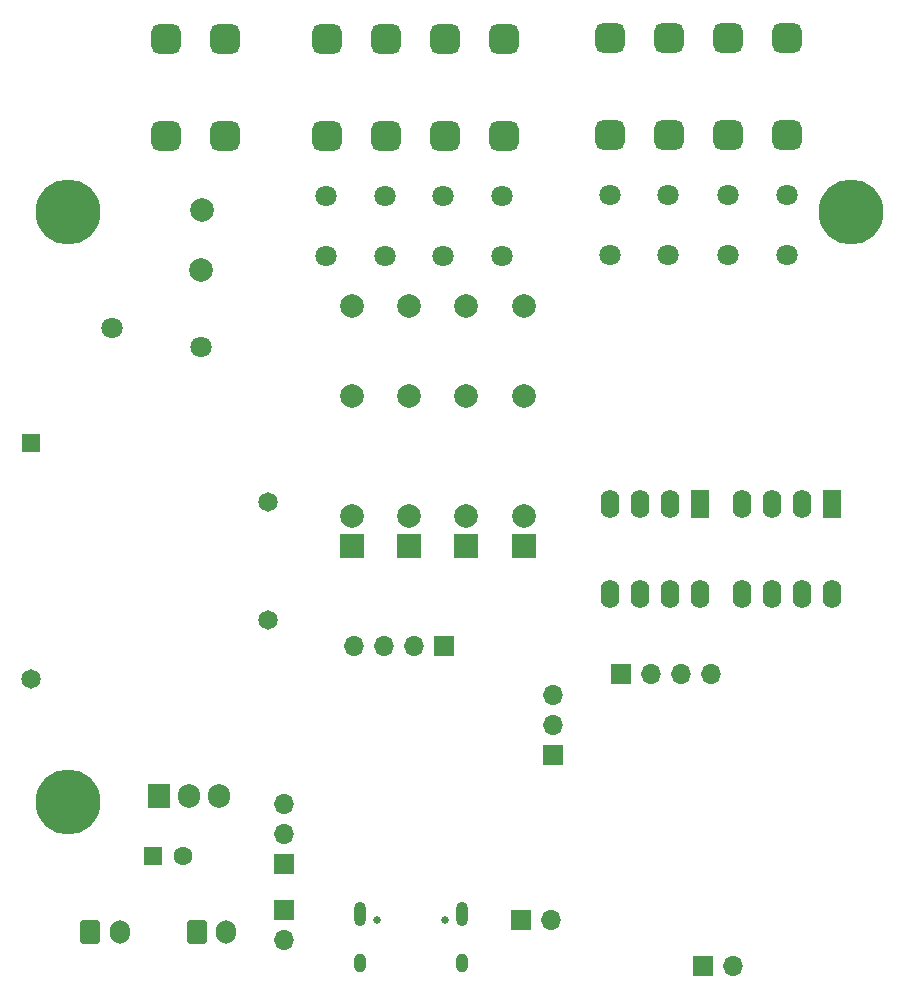
<source format=gbs>
G04 #@! TF.GenerationSoftware,KiCad,Pcbnew,(6.0.9)*
G04 #@! TF.CreationDate,2022-12-05T17:47:06+01:00*
G04 #@! TF.ProjectId,hamodule,68616d6f-6475-46c6-952e-6b696361645f,V.20221205.22*
G04 #@! TF.SameCoordinates,Original*
G04 #@! TF.FileFunction,Soldermask,Bot*
G04 #@! TF.FilePolarity,Negative*
%FSLAX46Y46*%
G04 Gerber Fmt 4.6, Leading zero omitted, Abs format (unit mm)*
G04 Created by KiCad (PCBNEW (6.0.9)) date 2022-12-05 17:47:06*
%MOMM*%
%LPD*%
G01*
G04 APERTURE LIST*
G04 Aperture macros list*
%AMRoundRect*
0 Rectangle with rounded corners*
0 $1 Rounding radius*
0 $2 $3 $4 $5 $6 $7 $8 $9 X,Y pos of 4 corners*
0 Add a 4 corners polygon primitive as box body*
4,1,4,$2,$3,$4,$5,$6,$7,$8,$9,$2,$3,0*
0 Add four circle primitives for the rounded corners*
1,1,$1+$1,$2,$3*
1,1,$1+$1,$4,$5*
1,1,$1+$1,$6,$7*
1,1,$1+$1,$8,$9*
0 Add four rect primitives between the rounded corners*
20,1,$1+$1,$2,$3,$4,$5,0*
20,1,$1+$1,$4,$5,$6,$7,0*
20,1,$1+$1,$6,$7,$8,$9,0*
20,1,$1+$1,$8,$9,$2,$3,0*%
G04 Aperture macros list end*
%ADD10R,2.000000X2.000000*%
%ADD11C,2.000000*%
%ADD12R,1.700000X1.700000*%
%ADD13O,1.700000X1.700000*%
%ADD14C,1.800000*%
%ADD15RoundRect,0.250000X-0.600000X-0.750000X0.600000X-0.750000X0.600000X0.750000X-0.600000X0.750000X0*%
%ADD16O,1.700000X2.000000*%
%ADD17R,1.650000X1.650000*%
%ADD18C,1.650000*%
%ADD19R,1.905000X2.000000*%
%ADD20O,1.905000X2.000000*%
%ADD21RoundRect,0.625000X0.625000X0.625000X-0.625000X0.625000X-0.625000X-0.625000X0.625000X-0.625000X0*%
%ADD22C,5.500000*%
%ADD23R,1.600000X2.400000*%
%ADD24O,1.600000X2.400000*%
%ADD25C,0.650000*%
%ADD26O,1.000000X2.100000*%
%ADD27O,1.000000X1.600000*%
%ADD28R,1.600000X1.600000*%
%ADD29C,1.600000*%
G04 APERTURE END LIST*
D10*
X61976000Y-77470000D03*
D11*
X61976000Y-74930000D03*
X61976000Y-64770000D03*
X61976000Y-57150000D03*
D12*
X56261500Y-108343700D03*
D13*
X56261500Y-110883700D03*
D14*
X41703800Y-59011450D03*
X49203800Y-60644780D03*
D15*
X48832000Y-110219000D03*
D16*
X51332000Y-110219000D03*
D17*
X34839100Y-68805000D03*
D18*
X34839100Y-88805000D03*
X54839100Y-83805000D03*
X54839100Y-73805000D03*
D19*
X45657000Y-98679000D03*
D20*
X48197000Y-98679000D03*
X50737000Y-98679000D03*
D21*
X74849500Y-42758500D03*
X74849500Y-34558501D03*
X69849500Y-42758500D03*
X69849500Y-34558501D03*
X64849500Y-42758500D03*
X64849500Y-34558501D03*
X59849500Y-42758500D03*
X59849500Y-34558501D03*
X51203100Y-42782099D03*
X51203100Y-34582100D03*
X46203100Y-42782099D03*
X46203100Y-34582100D03*
X98809500Y-42718499D03*
X98809500Y-34518500D03*
X93809500Y-42718499D03*
X93809500Y-34518500D03*
X88809500Y-42718499D03*
X88809500Y-34518500D03*
X83809500Y-42718499D03*
X83809500Y-34518500D03*
D11*
X49249500Y-49088500D03*
X49239500Y-54168500D03*
D22*
X104267500Y-49212500D03*
X37973500Y-49212500D03*
D23*
X91454274Y-73923320D03*
D24*
X88914274Y-73923320D03*
X86374274Y-73923320D03*
X83834274Y-73923320D03*
X83834274Y-81543320D03*
X86374274Y-81543320D03*
X88914274Y-81543320D03*
X91454274Y-81543320D03*
D23*
X102630274Y-73923320D03*
D24*
X100090274Y-73923320D03*
X97550274Y-73923320D03*
X95010274Y-73923320D03*
X95010274Y-81543320D03*
X97550274Y-81543320D03*
X100090274Y-81543320D03*
X102630274Y-81543320D03*
D15*
X39835000Y-110219000D03*
D16*
X42335000Y-110219000D03*
D12*
X84783000Y-88341600D03*
D13*
X87323000Y-88341600D03*
X89863000Y-88341600D03*
X92403000Y-88341600D03*
D12*
X91720000Y-113080000D03*
D13*
X94260000Y-113080000D03*
D12*
X79000000Y-95200000D03*
D13*
X79000000Y-92660000D03*
X79000000Y-90120000D03*
D14*
X88773500Y-52895500D03*
X88773500Y-47815500D03*
X98831900Y-52895500D03*
X98831900Y-47815500D03*
D12*
X76325000Y-109200000D03*
D13*
X78865000Y-109200000D03*
D14*
X74690000Y-52959000D03*
X74690000Y-47879000D03*
D25*
X69866000Y-109205900D03*
X64086000Y-109205900D03*
D26*
X71296000Y-108675900D03*
D27*
X62656000Y-112855900D03*
D26*
X62656000Y-108675900D03*
D27*
X71296000Y-112855900D03*
D12*
X56261500Y-104470200D03*
D13*
X56261500Y-101930200D03*
X56261500Y-99390200D03*
D14*
X93802700Y-52895500D03*
X93802700Y-47815500D03*
D11*
X66802000Y-57150000D03*
X66802000Y-64770000D03*
X66802000Y-74930000D03*
D10*
X66802000Y-77470000D03*
D14*
X64770000Y-52959000D03*
X64770000Y-47879000D03*
D10*
X76581000Y-77470000D03*
D11*
X76581000Y-74930000D03*
X76581000Y-64770000D03*
X76581000Y-57150000D03*
D10*
X71628000Y-77470000D03*
D11*
X71628000Y-74930000D03*
X71628000Y-64770000D03*
X71628000Y-57150000D03*
D28*
X45149000Y-103759000D03*
D29*
X47649000Y-103759000D03*
D14*
X83795100Y-52895500D03*
X83795100Y-47815500D03*
X59817000Y-52959000D03*
X59817000Y-47879000D03*
D12*
X69787000Y-85979000D03*
D13*
X67247000Y-85979000D03*
X64707000Y-85979000D03*
X62167000Y-85979000D03*
D22*
X37973500Y-99212500D03*
D14*
X69690000Y-52959000D03*
X69690000Y-47879000D03*
M02*

</source>
